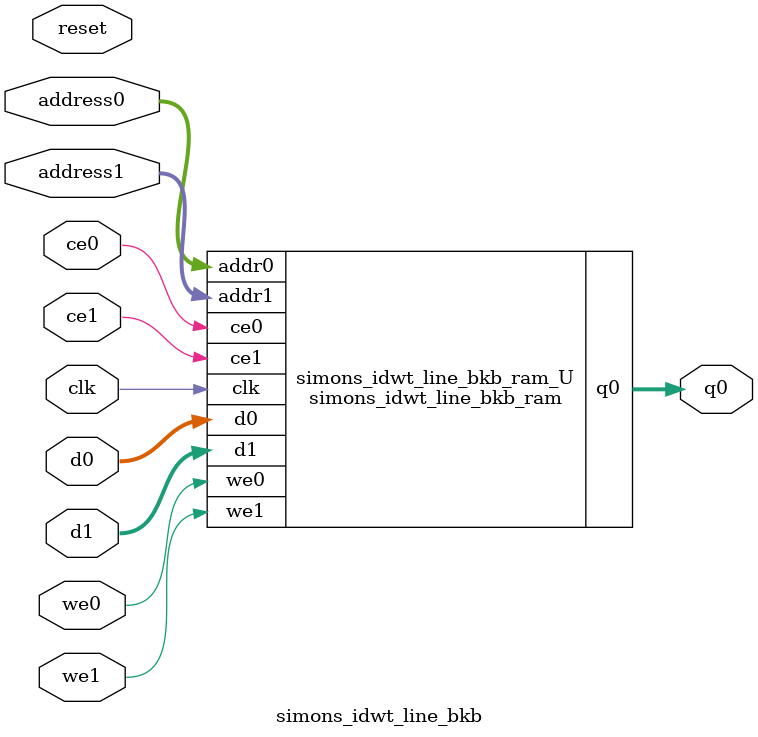
<source format=v>

`timescale 1 ns / 1 ps
module simons_idwt_line_bkb_ram (addr0, ce0, d0, we0, q0, addr1, ce1, d1, we1,  clk);

parameter DWIDTH = 32;
parameter AWIDTH = 11;
parameter MEM_SIZE = 2048;

input[AWIDTH-1:0] addr0;
input ce0;
input[DWIDTH-1:0] d0;
input we0;
output reg[DWIDTH-1:0] q0;
input[AWIDTH-1:0] addr1;
input ce1;
input[DWIDTH-1:0] d1;
input we1;
input clk;

(* ram_style = "block" *)reg [DWIDTH-1:0] ram[0:MEM_SIZE-1];




always @(posedge clk)  
begin 
    if (ce0) 
    begin
        if (we0) 
        begin 
            ram[addr0] <= d0; 
            q0 <= d0;
        end 
        else 
            q0 <= ram[addr0];
    end
end


always @(posedge clk)  
begin 
    if (ce1) 
    begin
        if (we1) 
        begin 
            ram[addr1] <= d1; 
        end 
    end
end


endmodule


`timescale 1 ns / 1 ps
module simons_idwt_line_bkb(
    reset,
    clk,
    address0,
    ce0,
    we0,
    d0,
    q0,
    address1,
    ce1,
    we1,
    d1);

parameter DataWidth = 32'd32;
parameter AddressRange = 32'd2048;
parameter AddressWidth = 32'd11;
input reset;
input clk;
input[AddressWidth - 1:0] address0;
input ce0;
input we0;
input[DataWidth - 1:0] d0;
output[DataWidth - 1:0] q0;
input[AddressWidth - 1:0] address1;
input ce1;
input we1;
input[DataWidth - 1:0] d1;



simons_idwt_line_bkb_ram simons_idwt_line_bkb_ram_U(
    .clk( clk ),
    .addr0( address0 ),
    .ce0( ce0 ),
    .d0( d0 ),
    .we0( we0 ),
    .q0( q0 ),
    .addr1( address1 ),
    .ce1( ce1 ),
    .d1( d1 ),
    .we1( we1 ));

endmodule


</source>
